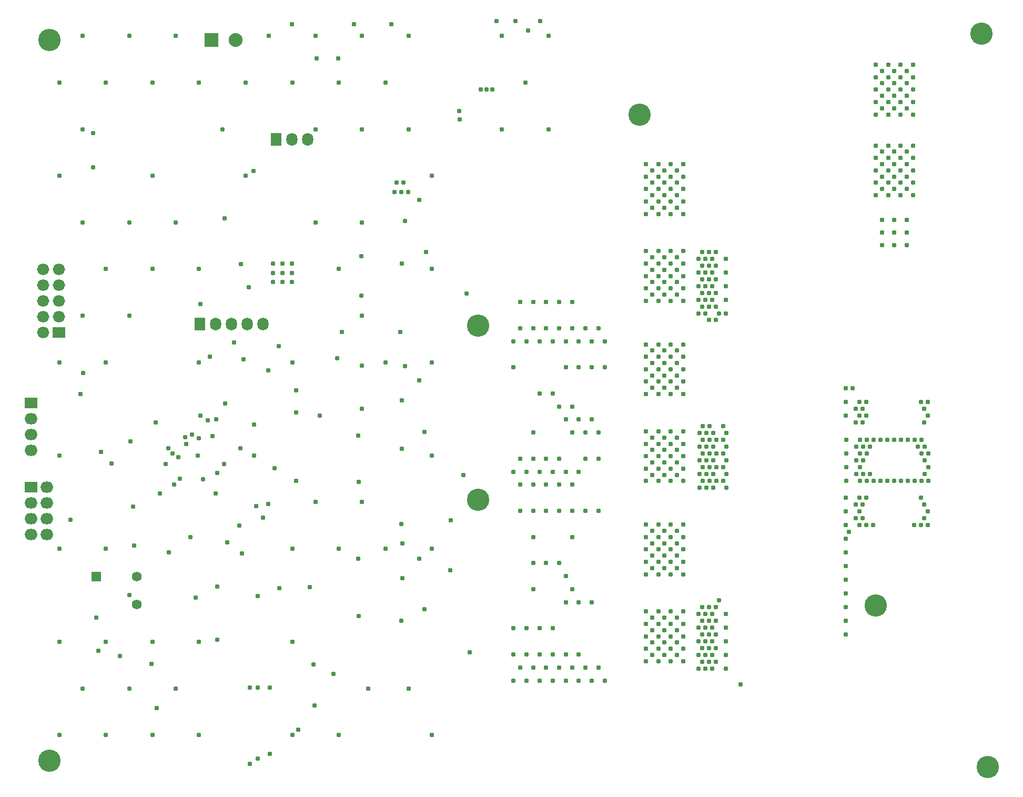
<source format=gbs>
G04*
G04 #@! TF.GenerationSoftware,Altium Limited,Altium Designer,23.6.0 (18)*
G04*
G04 Layer_Color=16711935*
%FSLAX44Y44*%
%MOMM*%
G71*
G04*
G04 #@! TF.SameCoordinates,9FFC46F5-938B-46D8-84A6-C8BF988D1DB5*
G04*
G04*
G04 #@! TF.FilePolarity,Negative*
G04*
G01*
G75*
%ADD52C,3.5900*%
%ADD53O,1.7900X2.0900*%
%ADD54R,1.7900X2.0900*%
%ADD55R,1.5900X1.5900*%
%ADD56C,1.5900*%
%ADD58O,2.0900X1.7900*%
%ADD59R,2.0900X1.7900*%
%ADD60R,1.9900X1.7900*%
%ADD61O,1.9900X1.7900*%
%ADD62C,2.2400*%
%ADD63R,2.2400X2.2400*%
%ADD64C,0.7900*%
D52*
X1550000Y1220000D02*
D03*
X1380000Y300000D02*
D03*
X1000000Y1090000D02*
D03*
X740000Y470000D02*
D03*
Y750000D02*
D03*
X50000Y1210000D02*
D03*
Y50000D02*
D03*
X1560000Y40000D02*
D03*
D53*
X367900Y752500D02*
D03*
X342500D02*
D03*
X317100D02*
D03*
X393300D02*
D03*
X440000Y1050000D02*
D03*
X465400D02*
D03*
D54*
X291700Y752500D02*
D03*
X414600Y1050000D02*
D03*
D55*
X125500Y346500D02*
D03*
D56*
X190500D02*
D03*
Y301500D02*
D03*
D58*
X20000Y439200D02*
D03*
X45400D02*
D03*
X20000Y413800D02*
D03*
X45400D02*
D03*
Y490000D02*
D03*
X20000Y464600D02*
D03*
X45400D02*
D03*
X20000Y600000D02*
D03*
Y574600D02*
D03*
Y549200D02*
D03*
D59*
Y490000D02*
D03*
Y625400D02*
D03*
D60*
X65400Y739200D02*
D03*
D61*
X40000Y840800D02*
D03*
Y815400D02*
D03*
Y790000D02*
D03*
Y764600D02*
D03*
Y739200D02*
D03*
X65400Y840800D02*
D03*
Y815400D02*
D03*
Y790000D02*
D03*
X65400Y764600D02*
D03*
D62*
X350000Y1210000D02*
D03*
D63*
X310400D02*
D03*
D64*
X1430000Y900000D02*
D03*
X1410000D02*
D03*
X1390000D02*
D03*
X1430000Y880000D02*
D03*
X1410000D02*
D03*
X1390000D02*
D03*
X1430000Y920000D02*
D03*
X1410000D02*
D03*
X1390000D02*
D03*
Y970000D02*
D03*
X1410000D02*
D03*
X1430000D02*
D03*
Y990000D02*
D03*
X1410000D02*
D03*
X1390000D02*
D03*
Y1010000D02*
D03*
X1410000D02*
D03*
X1430000D02*
D03*
Y1030000D02*
D03*
X1410000D02*
D03*
X1390000D02*
D03*
X1440000Y1020000D02*
D03*
Y1000000D02*
D03*
Y980000D02*
D03*
Y960000D02*
D03*
X1420000D02*
D03*
Y980000D02*
D03*
Y1000000D02*
D03*
Y1020000D02*
D03*
X1400000Y960000D02*
D03*
Y980000D02*
D03*
Y1000000D02*
D03*
Y1020000D02*
D03*
X1380000Y960000D02*
D03*
Y980000D02*
D03*
Y1000000D02*
D03*
Y1020000D02*
D03*
X1440000Y1040000D02*
D03*
X1420000D02*
D03*
X1400000D02*
D03*
X1380000D02*
D03*
X1390000Y1120000D02*
D03*
X1410000D02*
D03*
X1430000D02*
D03*
Y1100000D02*
D03*
X1410000D02*
D03*
X1390000D02*
D03*
X1400000Y1090000D02*
D03*
X1420000D02*
D03*
X1440000D02*
D03*
Y1110000D02*
D03*
X1420000D02*
D03*
X1400000D02*
D03*
X1430000Y1140000D02*
D03*
X1410000D02*
D03*
X1390000D02*
D03*
X1440000Y1130000D02*
D03*
X1420000D02*
D03*
X1400000D02*
D03*
X1430000Y1160000D02*
D03*
X1410000D02*
D03*
X1390000D02*
D03*
X1440000Y1150000D02*
D03*
X1420000D02*
D03*
X1400000D02*
D03*
X1380000Y1090000D02*
D03*
Y1110000D02*
D03*
Y1130000D02*
D03*
Y1150000D02*
D03*
X1440000Y1170000D02*
D03*
X1420000D02*
D03*
X1400000D02*
D03*
X1380000D02*
D03*
X762501Y1130001D02*
D03*
X753501D02*
D03*
X744501D02*
D03*
X330750Y527500D02*
D03*
X297000Y503000D02*
D03*
X120000Y1060000D02*
D03*
X290750Y241250D02*
D03*
X628250Y166250D02*
D03*
X478250Y1066250D02*
D03*
X590750Y391250D02*
D03*
X515750Y841250D02*
D03*
X665750Y91250D02*
D03*
X778250Y1216250D02*
D03*
X65750Y541250D02*
D03*
X215750Y991250D02*
D03*
X665750Y391250D02*
D03*
X65750Y1141250D02*
D03*
X140750Y241250D02*
D03*
X253250Y1216250D02*
D03*
X590750Y691250D02*
D03*
X140750D02*
D03*
Y1141250D02*
D03*
X515750D02*
D03*
X478250Y916250D02*
D03*
X178250D02*
D03*
X778250Y1066250D02*
D03*
X440750Y691250D02*
D03*
X65750Y241250D02*
D03*
X478250Y466250D02*
D03*
X65750Y691250D02*
D03*
X590750Y1141250D02*
D03*
X440750Y91250D02*
D03*
X290750Y841250D02*
D03*
X440750Y1141250D02*
D03*
X178250Y166250D02*
D03*
X253250Y916250D02*
D03*
X553250Y1066250D02*
D03*
X665750Y991250D02*
D03*
X215750Y241250D02*
D03*
X628250Y1066250D02*
D03*
Y1216250D02*
D03*
X815750Y1141250D02*
D03*
X553250Y766250D02*
D03*
X515750Y391250D02*
D03*
X853250Y1066250D02*
D03*
X515750Y91250D02*
D03*
X290750Y1141250D02*
D03*
X140750Y391250D02*
D03*
X853250Y1216250D02*
D03*
X478250D02*
D03*
X65750Y391250D02*
D03*
X665750Y841250D02*
D03*
X328250Y1066250D02*
D03*
X290750Y691250D02*
D03*
X215750Y91250D02*
D03*
X103250Y1216250D02*
D03*
X65750Y91250D02*
D03*
X403250Y1216250D02*
D03*
X215750Y841250D02*
D03*
X140750Y91250D02*
D03*
X440750Y241250D02*
D03*
X665750Y691250D02*
D03*
X553250Y916250D02*
D03*
Y1216250D02*
D03*
X290750Y91250D02*
D03*
X103250Y766250D02*
D03*
X253250Y166250D02*
D03*
X103250D02*
D03*
X178250Y316250D02*
D03*
X553250Y466250D02*
D03*
Y616250D02*
D03*
X215750Y1141250D02*
D03*
X178250Y1216250D02*
D03*
X665750Y541250D02*
D03*
X103250Y916250D02*
D03*
X140750Y841250D02*
D03*
X365750Y1141250D02*
D03*
X178250Y766250D02*
D03*
X65750Y991250D02*
D03*
X440750Y391250D02*
D03*
X103250Y1066250D02*
D03*
X365750Y991250D02*
D03*
X440000Y1235000D02*
D03*
X540000D02*
D03*
X600000D02*
D03*
X820000Y1225000D02*
D03*
X840000Y1240000D02*
D03*
X800000D02*
D03*
X770000D02*
D03*
X515000Y1180000D02*
D03*
X480000D02*
D03*
X1060000Y220000D02*
D03*
Y240000D02*
D03*
X1040000Y220000D02*
D03*
Y240000D02*
D03*
X1020000Y220000D02*
D03*
Y240000D02*
D03*
Y260000D02*
D03*
X1040000D02*
D03*
X1060000D02*
D03*
Y280000D02*
D03*
X1040000D02*
D03*
X1020000D02*
D03*
Y360000D02*
D03*
Y380000D02*
D03*
Y400000D02*
D03*
X1040000D02*
D03*
Y380000D02*
D03*
Y360000D02*
D03*
X1060000D02*
D03*
Y380000D02*
D03*
Y400000D02*
D03*
Y420000D02*
D03*
X1040000D02*
D03*
X1020000D02*
D03*
Y510000D02*
D03*
Y530000D02*
D03*
Y550000D02*
D03*
X1040000D02*
D03*
Y530000D02*
D03*
Y510000D02*
D03*
X1060000D02*
D03*
Y530000D02*
D03*
Y550000D02*
D03*
Y570000D02*
D03*
X1040000D02*
D03*
X1020000D02*
D03*
X1060000Y800000D02*
D03*
X1040000D02*
D03*
X1020000D02*
D03*
Y820000D02*
D03*
X1040000D02*
D03*
X1060000D02*
D03*
Y840000D02*
D03*
X1040000D02*
D03*
X1020000D02*
D03*
X1060000Y860000D02*
D03*
X1040000D02*
D03*
X1020000D02*
D03*
Y940000D02*
D03*
X1040000D02*
D03*
X1060000D02*
D03*
Y960000D02*
D03*
X1040000D02*
D03*
X1020000D02*
D03*
Y980000D02*
D03*
X1040000D02*
D03*
X1060000D02*
D03*
Y1000000D02*
D03*
X1040000D02*
D03*
X1020000D02*
D03*
X1060000Y650000D02*
D03*
X1040000D02*
D03*
X1020000D02*
D03*
Y670000D02*
D03*
X1040000D02*
D03*
X1060000D02*
D03*
Y690000D02*
D03*
X1040000D02*
D03*
X1020000D02*
D03*
X1060000Y710000D02*
D03*
X1040000D02*
D03*
X1020000D02*
D03*
X1459000Y555000D02*
D03*
X1464500Y544000D02*
D03*
X1459000Y533000D02*
D03*
X1464500Y522000D02*
D03*
X1459000Y511000D02*
D03*
X1464500Y500000D02*
D03*
X1453500Y566000D02*
D03*
X1448000Y555000D02*
D03*
X1453500Y544000D02*
D03*
Y500000D02*
D03*
X1442500Y566000D02*
D03*
Y500000D02*
D03*
X1431500Y566000D02*
D03*
Y500000D02*
D03*
X1420500Y566000D02*
D03*
Y500000D02*
D03*
X1409500Y566000D02*
D03*
Y500000D02*
D03*
X1398500Y566000D02*
D03*
Y500000D02*
D03*
X1387500Y566000D02*
D03*
Y500000D02*
D03*
X1376500Y566000D02*
D03*
X1371000Y555000D02*
D03*
Y511000D02*
D03*
X1376500Y500000D02*
D03*
X1365500Y566000D02*
D03*
X1360000Y555000D02*
D03*
X1365500Y544000D02*
D03*
X1360000Y533000D02*
D03*
Y511000D02*
D03*
X1365500Y500000D02*
D03*
X1354500Y566000D02*
D03*
X1349000Y555000D02*
D03*
X1354500Y544000D02*
D03*
X1349000Y533000D02*
D03*
X1354500Y522000D02*
D03*
X1349000Y511000D02*
D03*
X1354500Y500000D02*
D03*
X1332500Y566000D02*
D03*
Y544000D02*
D03*
Y522000D02*
D03*
Y500000D02*
D03*
X1140000Y577000D02*
D03*
Y555000D02*
D03*
Y533000D02*
D03*
Y511000D02*
D03*
Y489000D02*
D03*
X1134500Y588000D02*
D03*
Y566000D02*
D03*
Y544000D02*
D03*
Y522000D02*
D03*
Y500000D02*
D03*
X1118000Y577000D02*
D03*
X1123500Y566000D02*
D03*
X1118000Y555000D02*
D03*
X1123500Y544000D02*
D03*
X1118000Y533000D02*
D03*
X1123500Y522000D02*
D03*
X1118000Y511000D02*
D03*
X1123500Y500000D02*
D03*
X1118000Y489000D02*
D03*
X1112500Y588000D02*
D03*
X1107000Y577000D02*
D03*
X1112500Y566000D02*
D03*
X1107000Y555000D02*
D03*
X1112500Y544000D02*
D03*
X1107000Y533000D02*
D03*
X1112500Y522000D02*
D03*
X1107000Y511000D02*
D03*
X1112500Y500000D02*
D03*
X1107000Y489000D02*
D03*
X1101500Y588000D02*
D03*
X1096000Y577000D02*
D03*
X1101500Y566000D02*
D03*
X1096000Y555000D02*
D03*
X1101500Y544000D02*
D03*
X1096000Y533000D02*
D03*
X1101500Y522000D02*
D03*
X1096000Y511000D02*
D03*
X1101500Y500000D02*
D03*
X1096000Y489000D02*
D03*
X1010000Y1010000D02*
D03*
X1030000D02*
D03*
X1050000D02*
D03*
X1070000D02*
D03*
X1010000Y990000D02*
D03*
X1030000D02*
D03*
X1050000D02*
D03*
X1070000D02*
D03*
X1010000Y970000D02*
D03*
X1030000D02*
D03*
X1050000D02*
D03*
X1070000D02*
D03*
X1010000Y950000D02*
D03*
X1030000D02*
D03*
X1050000D02*
D03*
X1070000D02*
D03*
X1010000Y930000D02*
D03*
X1030000D02*
D03*
X1050000D02*
D03*
X1070000D02*
D03*
X1010000Y290000D02*
D03*
X1030000D02*
D03*
X1050000D02*
D03*
X1070000D02*
D03*
X1010000Y270000D02*
D03*
X1030000D02*
D03*
X1050000D02*
D03*
X1070000D02*
D03*
X1010000Y250000D02*
D03*
X1030000D02*
D03*
X1050000D02*
D03*
X1070000D02*
D03*
X1010000Y230000D02*
D03*
X1030000D02*
D03*
X1050000D02*
D03*
X1070000D02*
D03*
X1010000Y210000D02*
D03*
X1030000D02*
D03*
X1050000D02*
D03*
X1070000D02*
D03*
X1010000Y430000D02*
D03*
X1030000D02*
D03*
X1050000D02*
D03*
X1070000D02*
D03*
X1010000Y410000D02*
D03*
X1030000D02*
D03*
X1050000D02*
D03*
X1070000D02*
D03*
X1010000Y390000D02*
D03*
X1030000D02*
D03*
X1050000D02*
D03*
X1070000D02*
D03*
X1010000Y370000D02*
D03*
X1030000D02*
D03*
X1050000D02*
D03*
X1070000D02*
D03*
X1010000Y350000D02*
D03*
X1030000D02*
D03*
X1050000D02*
D03*
X1070000D02*
D03*
X1010000Y580000D02*
D03*
X1030000D02*
D03*
X1050000D02*
D03*
X1070000D02*
D03*
X1010000Y560000D02*
D03*
X1030000D02*
D03*
X1050000D02*
D03*
X1070000D02*
D03*
X1010000Y540000D02*
D03*
X1030000D02*
D03*
X1050000D02*
D03*
X1070000D02*
D03*
X1010000Y520000D02*
D03*
X1030000D02*
D03*
X1050000D02*
D03*
X1070000D02*
D03*
X1010000Y500000D02*
D03*
X1030000D02*
D03*
X1050000D02*
D03*
X1070000D02*
D03*
X1010000Y720000D02*
D03*
X1030000D02*
D03*
X1050000D02*
D03*
X1070000D02*
D03*
X1010000Y700000D02*
D03*
X1030000D02*
D03*
X1050000D02*
D03*
X1070000D02*
D03*
X1010000Y680000D02*
D03*
X1030000D02*
D03*
X1050000D02*
D03*
X1070000D02*
D03*
X1010000Y660000D02*
D03*
X1030000D02*
D03*
X1050000D02*
D03*
X1070000D02*
D03*
X1010000Y640000D02*
D03*
X1030000D02*
D03*
X1050000D02*
D03*
X1070000D02*
D03*
Y790000D02*
D03*
X1050000D02*
D03*
X1030000D02*
D03*
X1010000D02*
D03*
X1070000Y810000D02*
D03*
X1050000D02*
D03*
X1030000D02*
D03*
X1010000D02*
D03*
X1070000Y830000D02*
D03*
X1050000D02*
D03*
X1030000D02*
D03*
X1010000D02*
D03*
X1070000Y850000D02*
D03*
X1050000D02*
D03*
X1030000D02*
D03*
X1010000D02*
D03*
X1070000Y870000D02*
D03*
X1050000D02*
D03*
X1030000D02*
D03*
X1010000D02*
D03*
X644750Y662250D02*
D03*
X378250Y999000D02*
D03*
X710500Y1082250D02*
D03*
X709750Y1095750D02*
D03*
X609000Y980000D02*
D03*
X237000Y527250D02*
D03*
X247750Y544000D02*
D03*
X241500Y552500D02*
D03*
X257438Y538353D02*
D03*
X401750Y678000D02*
D03*
X627250Y965000D02*
D03*
X616250D02*
D03*
X605000D02*
D03*
X620000Y980000D02*
D03*
X1458001Y462000D02*
D03*
X1463501Y451000D02*
D03*
X1458001Y440000D02*
D03*
X1463501Y429000D02*
D03*
X1452501Y473000D02*
D03*
Y429000D02*
D03*
X1441501D02*
D03*
X1375501D02*
D03*
X1364501Y473000D02*
D03*
X1359001Y462000D02*
D03*
Y440000D02*
D03*
X1364501Y429000D02*
D03*
X1353501Y473000D02*
D03*
X1348001Y462000D02*
D03*
X1353501Y451000D02*
D03*
X1348001Y440000D02*
D03*
X1353501Y429000D02*
D03*
X1337001Y418000D02*
D03*
X1331501Y473000D02*
D03*
Y451000D02*
D03*
Y429000D02*
D03*
Y407000D02*
D03*
Y385000D02*
D03*
Y363000D02*
D03*
Y341000D02*
D03*
Y319000D02*
D03*
Y297000D02*
D03*
Y275000D02*
D03*
Y253000D02*
D03*
X1139000Y286000D02*
D03*
Y264000D02*
D03*
Y242000D02*
D03*
Y220000D02*
D03*
Y198000D02*
D03*
X1128000Y308000D02*
D03*
X1122501Y297000D02*
D03*
X1117001Y286000D02*
D03*
X1122501Y275000D02*
D03*
X1117001Y264000D02*
D03*
X1122501Y253000D02*
D03*
X1117001Y242000D02*
D03*
X1122501Y231000D02*
D03*
X1117001Y220000D02*
D03*
X1122501Y209000D02*
D03*
X1117001Y198000D02*
D03*
X1111500Y297000D02*
D03*
X1106001Y286000D02*
D03*
X1111500Y275000D02*
D03*
X1106001Y264000D02*
D03*
X1111500Y253000D02*
D03*
X1106001Y242000D02*
D03*
X1111500Y231000D02*
D03*
X1106001Y220000D02*
D03*
X1111500Y209000D02*
D03*
X1106001Y198000D02*
D03*
X1100500Y297000D02*
D03*
X1095001Y286000D02*
D03*
X1100500Y275000D02*
D03*
X1095001Y264000D02*
D03*
X1100500Y253000D02*
D03*
X1095001Y242000D02*
D03*
X1100500Y231000D02*
D03*
X1095001Y220000D02*
D03*
X1100500Y209000D02*
D03*
X1095001Y198000D02*
D03*
X1463501Y627000D02*
D03*
X1458001Y616000D02*
D03*
X1463501Y605000D02*
D03*
X1458001Y594000D02*
D03*
X1452501Y627000D02*
D03*
X1364501D02*
D03*
X1359001Y616000D02*
D03*
X1364501Y605000D02*
D03*
X1359001Y594000D02*
D03*
X1353501Y627000D02*
D03*
X1348001Y616000D02*
D03*
X1353501Y605000D02*
D03*
X1348001Y594000D02*
D03*
X1342501Y649000D02*
D03*
X1331501D02*
D03*
Y627000D02*
D03*
Y605000D02*
D03*
X1139000Y858000D02*
D03*
Y836000D02*
D03*
Y814000D02*
D03*
Y792000D02*
D03*
Y770000D02*
D03*
X1128000D02*
D03*
X1122501Y869000D02*
D03*
X1117001Y858000D02*
D03*
X1122501Y847000D02*
D03*
X1117001Y836000D02*
D03*
X1122501Y825000D02*
D03*
X1117001Y814000D02*
D03*
X1122501Y803000D02*
D03*
X1117001Y792000D02*
D03*
X1122501Y781000D02*
D03*
Y759000D02*
D03*
X1111500Y869000D02*
D03*
X1106001Y858000D02*
D03*
X1111500Y847000D02*
D03*
X1106001Y836000D02*
D03*
X1111500Y825000D02*
D03*
X1106001Y814000D02*
D03*
X1111500Y803000D02*
D03*
X1106001Y792000D02*
D03*
X1111500Y781000D02*
D03*
X1106001Y770000D02*
D03*
X1111500Y759000D02*
D03*
X1100500Y869000D02*
D03*
X1095001Y858000D02*
D03*
X1100500Y847000D02*
D03*
X1095001Y836000D02*
D03*
X1100500Y825000D02*
D03*
X1095001Y814000D02*
D03*
X1100500Y803000D02*
D03*
X1095001Y792000D02*
D03*
X1100500Y781000D02*
D03*
X1095001Y770000D02*
D03*
X944001Y725000D02*
D03*
Y683000D02*
D03*
Y179000D02*
D03*
X933501Y746000D02*
D03*
X923001Y725000D02*
D03*
Y683000D02*
D03*
Y599000D02*
D03*
X933501Y578000D02*
D03*
Y536000D02*
D03*
Y452000D02*
D03*
X923001Y305000D02*
D03*
X933501Y200000D02*
D03*
X923001Y179000D02*
D03*
X912501Y746000D02*
D03*
X902001Y725000D02*
D03*
Y683000D02*
D03*
Y599000D02*
D03*
X912501Y578000D02*
D03*
Y536000D02*
D03*
X902001Y515000D02*
D03*
X912501Y452000D02*
D03*
X902001Y305000D02*
D03*
Y221000D02*
D03*
X912501Y200000D02*
D03*
X902001Y179000D02*
D03*
X891501Y788000D02*
D03*
Y746000D02*
D03*
X881001Y725000D02*
D03*
Y683000D02*
D03*
X891501Y620000D02*
D03*
X881001Y599000D02*
D03*
X891501Y578000D02*
D03*
X881001Y515000D02*
D03*
X891501Y494000D02*
D03*
Y452000D02*
D03*
Y410000D02*
D03*
X881001Y347000D02*
D03*
X891501Y326000D02*
D03*
X881001Y305000D02*
D03*
Y221000D02*
D03*
X891501Y200000D02*
D03*
X881001Y179000D02*
D03*
X870501Y788000D02*
D03*
Y746000D02*
D03*
X860001Y725000D02*
D03*
Y641000D02*
D03*
X870501Y620000D02*
D03*
Y536000D02*
D03*
X860001Y515000D02*
D03*
X870501Y494000D02*
D03*
Y452000D02*
D03*
Y368000D02*
D03*
X860001Y263000D02*
D03*
Y221000D02*
D03*
X870501Y200000D02*
D03*
X860001Y179000D02*
D03*
X849501Y788000D02*
D03*
Y746000D02*
D03*
X839001Y725000D02*
D03*
Y641000D02*
D03*
X849501Y536000D02*
D03*
X839001Y515000D02*
D03*
X849501Y494000D02*
D03*
Y452000D02*
D03*
Y368000D02*
D03*
X839001Y263000D02*
D03*
Y221000D02*
D03*
X849501Y200000D02*
D03*
X839001Y179000D02*
D03*
X828501Y788000D02*
D03*
Y746000D02*
D03*
X818001Y725000D02*
D03*
X828501Y578000D02*
D03*
Y536000D02*
D03*
X818001Y515000D02*
D03*
X828501Y494000D02*
D03*
Y452000D02*
D03*
Y410000D02*
D03*
Y368000D02*
D03*
Y326000D02*
D03*
X818001Y263000D02*
D03*
Y221000D02*
D03*
X828501Y200000D02*
D03*
X818001Y179000D02*
D03*
X807501Y788000D02*
D03*
Y746000D02*
D03*
X797001Y725000D02*
D03*
Y683000D02*
D03*
X807501Y536000D02*
D03*
X797001Y515000D02*
D03*
X807501Y494000D02*
D03*
Y452000D02*
D03*
X797001Y263000D02*
D03*
Y221000D02*
D03*
X807501Y200000D02*
D03*
X797001Y179000D02*
D03*
X277000Y410000D02*
D03*
X180000Y563790D02*
D03*
X547500Y282500D02*
D03*
X450000Y100000D02*
D03*
X184441Y459059D02*
D03*
X250298Y494375D02*
D03*
X227500Y480000D02*
D03*
X645000Y952500D02*
D03*
X446861Y610639D02*
D03*
X285000Y312500D02*
D03*
X336147Y401103D02*
D03*
X382910Y459660D02*
D03*
X355250Y428000D02*
D03*
X393750Y441250D02*
D03*
X379000Y541250D02*
D03*
X357250Y553000D02*
D03*
X259500Y503500D02*
D03*
X288750Y541250D02*
D03*
X279750Y575000D02*
D03*
X270000Y560000D02*
D03*
X290000Y569000D02*
D03*
X268500Y571000D02*
D03*
X696250Y437000D02*
D03*
X358000Y849000D02*
D03*
X371000Y812000D02*
D03*
X222500Y135000D02*
D03*
X506750Y189250D02*
D03*
X562750Y166000D02*
D03*
X520250Y740000D02*
D03*
X553000Y685500D02*
D03*
X125250Y280000D02*
D03*
X104500Y674250D02*
D03*
X214250Y206000D02*
D03*
X163000Y218750D02*
D03*
X359750Y383250D02*
D03*
X129000Y226750D02*
D03*
X332000Y922750D02*
D03*
X546750Y374750D02*
D03*
X655750Y868250D02*
D03*
X654000Y293500D02*
D03*
X653500Y579250D02*
D03*
X645000Y375000D02*
D03*
X385000Y315000D02*
D03*
X120000Y1005000D02*
D03*
X440000Y820000D02*
D03*
X425000D02*
D03*
X410000D02*
D03*
X440000Y835000D02*
D03*
X425000D02*
D03*
X410000D02*
D03*
X440000Y850000D02*
D03*
X425000D02*
D03*
X410000D02*
D03*
X552000Y798000D02*
D03*
Y862000D02*
D03*
X548000Y499000D02*
D03*
X547000Y573000D02*
D03*
X84000Y438000D02*
D03*
X221000Y594000D02*
D03*
X100000Y640000D02*
D03*
X150000Y528000D02*
D03*
X133000Y547000D02*
D03*
X320000Y513000D02*
D03*
X186000Y396000D02*
D03*
X402000Y463000D02*
D03*
X320000Y245000D02*
D03*
X469000Y329000D02*
D03*
X420000Y327500D02*
D03*
X320000Y330000D02*
D03*
X318000Y599750D02*
D03*
X312000Y572000D02*
D03*
X293301Y605301D02*
D03*
X305000Y598000D02*
D03*
X618040Y344025D02*
D03*
X695000Y356000D02*
D03*
X615000Y740000D02*
D03*
X513000Y698000D02*
D03*
X447000Y646000D02*
D03*
X447044Y500000D02*
D03*
X412000Y521000D02*
D03*
X485000Y605000D02*
D03*
X378977Y590750D02*
D03*
X419000Y717000D02*
D03*
X308000Y700000D02*
D03*
X347000Y723000D02*
D03*
X362000Y696000D02*
D03*
X372500Y45000D02*
D03*
X405000Y167500D02*
D03*
X385000D02*
D03*
X372500D02*
D03*
X385000Y53040D02*
D03*
X405000Y61040D02*
D03*
X317500Y480000D02*
D03*
X1162500Y172500D02*
D03*
X332500Y625000D02*
D03*
X242500Y385000D02*
D03*
X292500Y785000D02*
D03*
X477000Y139000D02*
D03*
X475000Y205000D02*
D03*
X726000Y224000D02*
D03*
X716000Y510000D02*
D03*
X721000Y802000D02*
D03*
X617000Y850000D02*
D03*
X616000Y275000D02*
D03*
X618000Y400000D02*
D03*
X616000Y431000D02*
D03*
X617000Y552000D02*
D03*
Y630000D02*
D03*
X622000Y685000D02*
D03*
X622285Y918950D02*
D03*
M02*

</source>
